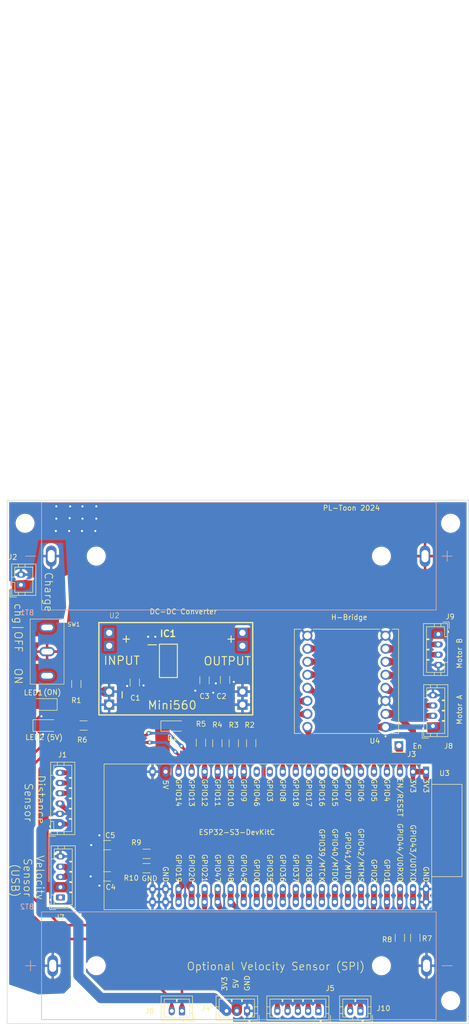
<source format=kicad_pcb>
(kicad_pcb (version 20240108) (generator "pcbnew") (generator_version "8.0")
  (layers (0 "F.Cu" signal) (31 "B.Cu" signal) (34 "B.Paste" user) (35 "F.Paste" user) (36 "B.SilkS" user "B.Silkscreen") (37 "F.SilkS" user "F.Silkscreen") (38 "B.Mask" user) (39 "F.Mask" user) (44 "Edge.Cuts" user))
  (net 0 "")
  (net 1 "+3V3")
  (net 2 "GND")
  (net 3 "/H_PWMB")
  (net 4 "+BATT")
  (net 5 "+5V")
  (net 6 "/H_BI2")
  (net 7 "/H_BI1")
  (net 8 "Net-(D1-A)")
  (net 9 "Net-(J2-Pin_1)")
  (net 10 "/H_STBY")
  (net 11 "/H_PWMA")
  (net 12 "/H_AI1")
  (net 13 "/H_AI2")
  (net 14 "/USB_D+")
  (net 15 "/USB_D-")
  (net 16 "/DS_XSHUT")
  (net 17 "/DS_GPIO1")
  (net 18 "/DS_SDA")
  (net 19 "/DS_SCL")
  (net 20 "/VS_NCS")
  (net 21 "/VS_MISO")
  (net 22 "/VS_MOSI")
  (net 23 "/VS_SCLK")
  (net 24 "/VS_RST")
  (net 25 "/VS_NPD")
  (net 26 "/VS_LED")
  (net 27 "Net-(LED1-A)")
  (net 28 "Net-(LED2-A)")
  (net 29 "Net-(SW1-B)")
  (net 30 "Net-(BT1-Pad-)")
  (net 31 "Net-(J3-Pin_1)")
  (net 32 "unconnected-(U3-GPIO45-Pad30)")
  (net 33 "unconnected-(U3-GPIO0-Pad31)")
  (net 38 "Net-(J8-Pin_2)")
  (net 39 "Net-(J8-Pin_3)")
  (net 40 "Net-(J9-Pin_2)")
  (net 41 "Net-(J9-Pin_3)")
  (net 42 "/GPIO37")
  (net 43 "/GPIO35")
  (net 44 "/GPIO36")
  (net 46 "Net-(U3-GPIO43{slash}U0TXD)")
  (net 47 "Net-(U3-GPIO44{slash}U0RXD)")
  (net 48 "/USB_Out_D-")
  (net 49 "/USB_Out_D+")
  (net 50 "/Test1")
  (net 51 "/Test2")
  (net 52 "/GPIO38")
  (net 53 "/MTMS")
  (net 54 "/MTDO")
  (net 55 "/MTDI")
  (net 56 "/MTCK")
  (footprint "Resistor_SMD:R_1206_3216Metric_Pad1.30x1.75mm_HandSolder" (layer "F.Cu") (at 178.975 139.575 90)
    (property "Reference" "R7")
    (property "Value" "~")
  )
  (footprint "Connector_JST:JST_PH_B2B-PH-K_1x02_P2.00mm_Vertical" (layer "F.Cu") (at 102.075 70.825 90)
    (property "Reference" "J2")
    (property "Value" "Conn_01x02")
  )
  (footprint "Connector_JST:JST_PH_B5B-PH-K_1x05_P2.00mm_Vertical" (layer "F.Cu") (at 109.775 131.725 90)
    (property "Reference" "J7")
    (property "Value" "Conn_01x05")
  )
  (footprint "PL_Toon:PinHeader_1x01_P2.54mm_Vertical" (layer "F.Cu") (at 175.775 102.125)
    (property "Reference" "J3")
    (property "Value" "Conn_01x01_Pin")
  )
  (footprint "Diode_SMD:D_SOD-123" (layer "F.Cu") (at 131.725 98.325)
    (property "Reference" "D1")
    (property "Value" "1N5819HW-7-F")
  )
  (footprint "Resistor_SMD:R_1206_3216Metric_Pad1.30x1.75mm_HandSolder" (layer "F.Cu") (at 114.275 98.225)
    (property "Reference" "R6")
    (property "Value" "330")
  )
  (footprint "Capacitor_SMD:C_1206_3216Metric" (layer "F.Cu") (at 124.275 89.85 -90)
    (property "Reference" "C1")
    (property "Value" "10uF")
  )
  (footprint "PL_Toon:SS12D10" (layer "F.Cu") (at 107.175 83.825 90)
    (property "Reference" "SW1")
    (property "Value" "SW_SPDT_SS12D10" (hide yes))
  )
  (footprint "Capacitor_SMD:C_1206_3216Metric" (layer "F.Cu") (at 118.875 127.625 180)
    (property "Reference" "C4")
    (property "Value" "tbd")
  )
  (footprint "PL_Toon:Mini560" (layer "F.Cu") (at 131.465 73.645)
    (property "Reference" "U2")
    (property "Value" "DC-DC Buck Converter Mini 560")
  )
  (footprint "Resistor_SMD:R_1206_3216Metric_Pad1.30x1.75mm_HandSolder" (layer "F.Cu") (at 175.975 139.575 90)
    (property "Reference" "R8")
    (property "Value" "~")
  )
  (footprint "MountingHole:MountingHole_3.2mm_M3" (layer "F.Cu") (at 185.875 58.825)
    (property "Reference" "H2" (hide yes))
    (property "Value" "MountingHole" (hide yes))
  )
  (footprint "PL_Toon:MODULE_ROB-14450" (layer "F.Cu") (at 165.555 89.615 180)
    (property "Reference" "U4")
    (property "Value" "ROB-14450")
  )
  (footprint "Connector_JST:JST_PH_B6B-PH-K_1x06_P2.00mm_Vertical" (layer "F.Cu") (at 109.675 117.425 90)
    (property "Reference" "J1")
    (property "Value" "Conn_01x06")
  )
  (footprint "Connector_JST:JST_PH_B4B-PH-K_1x04_P2.00mm_Vertical" (layer "F.Cu") (at 182.425 98.325 90)
    (property "Reference" "J8")
    (property "Value" "Conn_01x04")
  )
  (footprint "Capacitor_SMD:C_1206_3216Metric" (layer "F.Cu") (at 137.875 89.425 -90)
    (property "Reference" "C3")
    (property "Value" "10uF")
  )
  (footprint "Connector_JST:JST_PH_B2B-PH-K_1x02_P2.00mm_Vertical" (layer "F.Cu") (at 168.275 153.825 180)
    (property "Reference" "J10")
    (property "Value" "Conn_01x02")
  )
  (footprint "MountingHole:MountingHole_3.2mm_M3" (layer "F.Cu") (at 102.875 151.825)
    (property "Reference" "H4" (hide yes))
    (property "Value" "MountingHole" (hide yes))
  )
  (footprint "Resistor_SMD:R_1206_3216Metric_Pad1.30x1.75mm_HandSolder" (layer "F.Cu") (at 146.975 101.675 90)
    (property "Reference" "R2")
    (property "Value" "~")
  )
  (footprint "Capacitor_SMD:C_1206_3216Metric" (layer "F.Cu") (at 118.875 121.525 180)
    (property "Reference" "C5")
    (property "Value" "tbd")
  )
  (footprint "PL_Toon:ESP32-S3-DevKitC" (layer "F.Cu") (at 181.075 107.225 -90)
    (property "Reference" "U3")
    (property "Value" "ESP32-S3-DevKitC")
  )
  (footprint "MountingHole:MountingHole_3.2mm_M3" (layer "F.Cu") (at 102.875 58.825)
    (property "Reference" "H1" (hide yes))
    (property "Value" "MountingHole" (hide yes))
  )
  (footprint "Capacitor_SMD:C_1206_3216Metric" (layer "F.Cu") (at 141.875 89.325 -90)
    (property "Reference" "C2")
    (property "Value" "10uF")
  )
  (footprint "Resistor_SMD:R_1206_3216Metric_Pad1.30x1.75mm_HandSolder" (layer "F.Cu") (at 126.575 123.225)
    (property "Reference" "R9")
    (property "Value" "0R")
  )
  (footprint "Connector_JST:JST_PH_B2B-PH-K_1x02_P2.00mm_Vertical" (layer "F.Cu") (at 133.475 153.825 180)
    (property "Reference" "J6")
    (property "Value" "Conn_01x02")
  )
  (footprint "Resistor_SMD:R_1206_3216Metric_Pad1.30x1.75mm_HandSolder" (layer "F.Cu") (at 140.375 101.675 90)
    (property "Reference" "R4")
    (property "Value" "~")
  )
  (footprint "PL_Toon:SOT230P700X190-4N" (layer "F.Cu") (at 130.825 85.625)
    (property "Reference" "IC1")
    (property "Value" "LD1117S50TR" (hide yes))
  )
  (footprint "MountingHole:MountingHole_3.2mm_M3" (layer "F.Cu") (at 185.875 151.825)
    (property "Reference" "H3" (hide yes))
    (property "Value" "MountingHole" (hide yes))
  )
  (footprint "Resistor_SMD:R_1206_3216Metric_Pad1.30x1.75mm_HandSolder" (layer "F.Cu") (at 137.175 101.575 90)
    (property "Reference" "R5")
    (property "Value" "~")
  )
  (footprint "Resistor_SMD:R_1206_3216Metric_Pad1.30x1.75mm_HandSolder" (layer "F.Cu") (at 112.875 90.125 90)
    (property "Reference" "R1")
    (property "Value" "330")
  )
  (footprint "Connector_JST:JST_PH_B5B-PH-K_1x05_P2.00mm_Vertical" (layer "F.Cu") (at 160.075 153.825 180)
    (property "Reference" "J5")
    (property "Value" "Conn_01x05")
  )
  (footprint "Resistor_SMD:R_1206_3216Metric_Pad1.30x1.75mm_HandSolder" (layer "F.Cu") (at 143.575 101.675 90)
    (property "Reference" "R3")
    (property "Value" "~")
  )
  (footprint "LED_SMD:LED_1206_3216Metric_Pad1.42x1.75mm_HandSolder" (layer "F.Cu") (at 106.675 94.125 180)
    (property "Reference" "LED1")
    (property "Value" "HSMC-C177" (hide yes))
  )
  (footprint "Connector_JST:JST_PH_B4B-PH-K_1x04_P2.00mm_Vertical" (layer "F.Cu") (at 183.475 80.425 -90)
    (property "Reference" "J9")
    (property "Value" "Conn_01x04")
  )
  (footprint "Connector_JST:JST_PH_B3B-PH-K_1x03_P2.00mm_Vertical" (layer "F.Cu") (at 146.175 153.825 180)
    (property "Reference" "J4")
    (property "Value" "Conn_01x03")
  )
  (footprint "Resistor_SMD:R_1206_3216Metric_Pad1.30x1.75mm_HandSolder" (layer "F.Cu") (at 126.575 126.025)
    (property "Reference" "R10")
    (property "Value" "0R")
  )
  (footprint "LED_SMD:LED_1206_3216Metric_Pad1.42x1.75mm_HandSolder" (layer "F.Cu") (at 106.875 98.225)
    (property "Reference" "LED2")
    (property "Value" "HSMC-C177")
  )
  (footprint "PL_Toon:BAT_BK-18650-PC2" (layer "B.Cu") (at 144.57 65.225 180)
    (property "Reference" "BT1")
    (property "Value" "BK-18650-PC2")
  )
  (footprint "PL_Toon:BAT_BK-18650-PC2" (layer "B.Cu") (at 144.565 145.025)
    (property "Reference" "BT2")
    (property "Value" "BK-18650-PC2")
  )
  (gr_rect (start 99.375 54.325) (end 189.375 156.325) (stroke (width 0.1)) (fill none) (layer "Edge.Cuts"))
  (gr_text "DC-DC Converter" (at 127.075 76.625 0) (layer "F.SilkS") (effects (font (size 1 1)) (justify left bottom)))
  (gr_text "(5V)" (at 106.975 101.125 0) (layer "F.SilkS") (effects (font (size 1 1)) (justify left bottom)))
  (gr_text "5V\n" (at 144.575 148.525 90) (layer "F.SilkS") (effects (font (size 1 1)) (justify bottom)))
  (gr_text "Motor B" (at 188.175 87.225 90) (layer "F.SilkS") (effects (font (size 1 1)) (justify left bottom)))
  (gr_text "H-Bridge" (at 162.475 77.725 0) (layer "F.SilkS") (effects (font (size 1 1)) (justify left bottom)))
  (gr_text "3V3" (at 142.375 148.525 90) (layer "F.SilkS") (effects (font (size 1 1)) (justify bottom)))
  (gr_text "(ON)" (at 106.375 92.325 0) (layer "F.SilkS") (effects (font (size 1 1)) (justify left bottom)))
  (gr_text "En" (at 178.375 102.825 0) (layer "F.SilkS") (effects (font (size 1 1)) (justify left bottom)))
  (gr_text "GND" (at 146.775 148.425 90) (layer "F.SilkS") (effects (font (size 1 1)) (justify bottom)))
  (gr_text "Velocity \nSensor \n(USB)" (at 100.075 128.425 270) (layer "F.SilkS") (effects (font (size 1.5 1.5)) (justify bottom)))
  (gr_text "chg|OFF" (at 100.675 74.325 270) (layer "F.SilkS") (effects (font (size 1.5 1.5)) (justify left bottom)))
  (gr_text "Motor A" (at 188.175 98.125 90) (layer "F.SilkS") (effects (font (size 1 1)) (justify left bottom)))
  (gr_text "PL-Toon 2024" (at 160.875 56.425 0) (layer "F.SilkS") (effects (font (size 1 1)) (justify left bottom)))
  (gr_text "ON" (at 100.675 86.925 270) (layer "F.SilkS") (effects (font (size 1.5 1.5)) (justify left bottom)))
  (gr_text "Distance \nSensor" (at 102.675 113.225 270) (layer "F.SilkS") (effects (font (size 1.5 1.5)) (justify bottom)))
  (gr_text "Charge" (at 106.575 68.225 -90) (layer "F.SilkS") (effects (font (size 1.5 1.5)) (justify left bottom)))
  (gr_text "Optional Velocity Sensor (SPI)" (at 151.775 146.025 0) (layer "F.SilkS") (effects (font (size 1.5 1.5)) (justify bottom)))
  (segment (start 175.215 95.965) (end 178.535 99.285) (width 1.15) (layer "F.Cu") (net 1))
  (segment (start 181.075 107.225) (end 178.535 107.225) (width 1) (layer "F.Cu") (net 1))
  (segment (start 181.075 110.225) (end 181.075 107.225) (width 0.8) (layer "F.Cu") (net 1))
  (segment (start 149.395 109.345) (end 149.395 100.705) (width 0.8) (layer "F.Cu") (net 1))
  (segment (start 178.535 99.285) (end 178.535 107.225) (width 1.15) (layer "F.Cu") (net 1))
  (segment (start 177.175 110.025) (end 150.075 110.025) (width 0.8) (layer "F.Cu") (net 1))
  (segment (start 173.175 95.965) (end 175.215 95.965) (width 1.15) (layer "F.Cu") (net 1))
  (segment (start 148.875 100.025) (end 137.175 100.025) (width 0.8) (layer "F.Cu") (net 1))
  (segment (start 173.875 117.425) (end 181.075 110.225) (width 0.8) (layer "F.Cu") (net 1))
  (segment (start 178.535 108.665) (end 177.175 110.025) (width 0.8) (layer "F.Cu") (net 1))
  (segment (start 109.675 117.425) (end 173.875 117.425) (width 0.8) (layer "F.Cu") (net 1))
  (segment (start 150.075 110.025) (end 149.395 109.345) (width 0.8) (layer "F.Cu") (net 1))
  (segment (start 149.475 100.625) (end 148.875 100.025) (width 0.8) (layer "F.Cu") (net 1))
  (segment (start 178.535 107.225) (end 178.535 108.665) (width 0.8) (layer "F.Cu") (net 1))
  (segment (start 149.395 100.705) (end 149.475 100.625) (width 0.8) (layer "F.Cu") (net 1))
  (segment (start 117.675 151.325) (end 139.675 151.325) (width 2) (layer "B.Cu") (net 1))
  (segment (start 113.275 146.925) (end 117.675 151.325) (width 2) (layer "B.Cu") (net 1))
  (segment (start 113.275 136.825) (end 113.275 146.925) (width 2) (layer "B.Cu") (net 1))
  (segment (start 109.675 117.425) (end 107.275 117.425) (width 2) (layer "B.Cu") (net 1))
  (segment (start 139.675 151.325) (end 142.175 153.825) (width 2) (layer "B.Cu") (net 1))
  (segment (start 111.075 134.625) (end 113.275 136.825) (width 2) (layer "B.Cu") (net 1))
  (segment (start 106.075 118.625) (end 106.075 134.625) (width 2) (layer "B.Cu") (net 1))
  (segment (start 106.075 134.625) (end 111.075 134.625) (width 2) (layer "B.Cu") (net 1))
  (segment (start 107.275 117.425) (end 106.075 118.625) (width 2) (layer "B.Cu") (net 1))
  (segment (start 105.3875 98.225) (end 105.3875 97.1125) (width 1) (layer "F.Cu") (net 2))
  (segment (start 117.4 127.625) (end 117.4 129.4) (width 0.5) (layer "F.Cu") (net 2))
  (segment (start 116.875 91.625) (end 119.2751 91.625) (width 0.8) (layer "F.Cu") (net 2))
  (segment (start 117.4 121.525) (end 117.4 119.65) (width 0.5) (layer "F.Cu") (net 2))
  (segment (start 125.975 90.425) (end 125.075 91.325) (width 0.8) (layer "F.Cu") (net 2))
  (segment (start 114.375 94.125) (end 116.875 91.625) (width 0.8) (layer "F.Cu") (net 2))
  (segment (start 117.4 121.525) (end 115.775 121.525) (width 0.5) (layer "F.Cu") (net 2))
  (segment (start 117.4 119.65) (end 117.375 119.625) (width 0.5) (layer "F.Cu") (net 2))
  (segment (start 108.1625 94.125) (end 114.375 94.125) (width 0.8) (layer "F.Cu") (net 2))
  (segment (start 117.4 127.625) (end 115.675 127.625) (width 0.5) (layer "F.Cu") (net 2))
  (segment (start 123.575 91.325) (end 122.775 90.525) (width 0.8) (layer "F.Cu") (net 2))
  (segment (start 117.4 129.4) (end 117.375 129.425) (width 0.5) (layer "F.Cu") (net 2))
  (segment (start 105.3875 98.225) (end 105.3875 98.9375) (width 1) (layer "F.Cu") (net 2))
  (segment (start 125.075 91.325) (end 124.275 91.325) (width 0.8) (layer "F.Cu") (net 2))
  (segment (start 181.075 130.085) (end 181.075 132.625) (width 1) (layer "F.Cu") (net 2))
  (segment (start 105.3875 97.1125) (end 106.075 96.425) (width 1) (layer "F.Cu") (net 2))
  (segment (start 105.3875 98.9375) (end 106.375 99.925) (width 1) (layer "F.Cu") (net 2))
  (segment (start 124.275 91.325) (end 123.575 91.325) (width 0.8) (layer "F.Cu") (net 2))
  (segment (start 119.5751 91.325) (end 119.2751 91.625) (width 0.8) (layer "F.Cu") (net 2))
  (via (at 117.375 119.625) (size 0.8) (drill 0.4) (layers "F.Cu" "B.Cu") (net 2))
  (via (at 106.375 99.925) (size 0.8) (drill 0.4) (layers "F.Cu" "B.Cu") (net 2))
  (via (at 116.775 57.925) (size 0.8) (drill 0.4) (layers "F.Cu" "B.Cu") (net 2))
  (via (at 126.875 80.925) (size 0.8) (drill 0.4) (layers "F.Cu" "B.Cu") (net 2))
  (via (at 111.675 55.525) (size 0.8) (drill 0.4) (layers "F.Cu" "B.Cu") (net 2))
  (via (at 108.975 55.525) (size 0.8) (drill 0.4) (layers "F.Cu" "B.Cu") (net 2))
  (via (at 139.575 91.825) (size 0.8) (drill 0.4) (layers "F.Cu" "B.Cu") (net 2))
  (via (at 116.575 60.325) (size 0.8) (drill 0.4) (layers "F.Cu" "B.Cu") (net 2))
  (via (at 140.075 90.025) (size 0.8) (drill 0.4) (layers "F.Cu" "B.Cu") (net 2))
  (via (at 125.975 90.425) (size 0.8) (drill 0.4) (layers "F.Cu" "B.Cu") (net 2))
  (via (at 111.575 57.825) (size 0.8) (drill 0.4) (layers "F.Cu" "B.Cu") (net 2))
  (via (at 117.375 129.425) (size 0.8) (drill 0.4) (layers "F.Cu" "B.Cu") (net 2))
  (via (at 115.775 121.525) (size 0.8) (drill 0.4) (layers "F.Cu" "B.Cu") (net 2))
  (via (at 115.675 127.625) (size 0.8) (drill 0.4) (layers "F.Cu" "B.Cu") (net 2))
  (via (at 106.075 96.425) (size 0.8) (drill 0.4) (layers "F.Cu" "B.Cu") (net 2))
  (via (at 128.275 80.925) (size 0.8) (drill 0.4) (layers "F.Cu" "B.Cu") (net 2))
  (via (at 108.875 60.325) (size 0.8) (drill 0.4) (layers "F.Cu" "B.Cu") (net 2))
  (via (at 114.075 57.925) (size 0.8) (drill 0.4) (layers "F.Cu" "B.Cu") (net 2))
  (via (at 122.775 90.525) (size 0.8) (drill 0.4) (layers "F.Cu" "B.Cu") (net 2))
  (via (at 116.775 55.525) (size 0.8) (drill 0.4) (layers "F.Cu" "B.Cu") (net 2))
  (via (at 136.075 91.425) (size 0.8) (drill 0.4) (layers "F.Cu" "B.Cu") (net 2))
  (via (at 114.075 55.525) (size 0.8) (drill 0.4) (layers "F.Cu" "B.Cu") (net 2))
  (via (at 111.475 60.325) (size 0.8) (drill 0.4) (layers "F.Cu" "B.Cu") (net 2))
  (via (at 113.975 60.325) (size 0.8) (drill 0.4) (layers "F.Cu" "B.Cu") (net 2))
  (via (at 108.975 57.925) (size 0.8) (drill 0.4) (layers "F.Cu" "B.Cu") (net 2))
  (via (at 143.575 89.725) (size 0.8) (drill 0.4) (layers "F.Cu" "B.Cu") (net 2))
  (segment (start 168.875 99.825) (end 168.875 87.225) (width 0.6) (layer "F.Cu") (net 3))
  (segment (start 168.875 87.225) (end 164.875 83.225) (width 0.6) (layer "F.Cu") (net 3))
  (segment (start 173.455 107.225) (end 173.455 104.405) (width 0.6) (layer "F.Cu") (net 3))
  (segment (start 164.875 83.225) (end 157.975 83.225) (width 0.6) (layer "F.Cu") (net 3))
  (segment (start 173.455 104.405) (end 168.875 99.825) (width 0.6) (layer "F.Cu") (net 3))
  (segment (start 157.975 83.225) (end 157.935 83.265) (width 0.6) (layer "F.Cu") (net 3))
  (segment (start 170.475 78.125) (end 169.975 77.625) (width 1) (layer "F.Cu") (net 4))
  (segment (start 170.475 97.625) (end 170.475 85.725) (width 1) (layer "F.Cu") (net 4))
  (segment (start 171.175 98.325) (end 170.475 97.625) (width 1) (layer "F.Cu") (net 4))
  (segment (start 170.475 85.725) (end 170.475 78.125) (width 1) (layer "F.Cu") (net 4))
  (segment (start 171.355 98.505) (end 171.175 98.325) (width 1) (layer "F.Cu") (net 4))
  (segment (start 173.175 98.505) (end 171.355 98.505) (width 1) (layer "F.Cu") (net 4))
  (segment (start 173.355 98.325) (end 173.175 98.505) (width 1) (layer "F.Cu") (net 4))
  (segment (start 182.245 98.505) (end 182.425 98.325) (width 1) (layer "B.Cu") (net 4))
  (segment (start 173.175 98.505) (end 182.245 98.505) (width 1) (layer "B.Cu") (net 4))
  (segment (start 128.575 103.825) (end 130.27772 105.52772) (width 2) (layer "F.Cu") (net 5))
  (segment (start 109.775 129.725) (end 111.475 129.725) (width 2) (layer "F.Cu") (net 5))
  (segment (start 109.775 129.725) (end 106.975 129.725) (width 2) (layer "F.Cu") (net 5))
  (segment (start 133.275 144.725) (end 140.775 144.725) (width 2) (layer "F.Cu") (net 5))
  (segment (start 144.175 148.125) (end 144.175 153.825) (width 2) (layer "F.Cu") (net 5))
  (segment (start 129.975 98.225) (end 130.075 98.325) (width 0.8) (layer "F.Cu") (net 5))
  (segment (start 109.575 103.825) (end 128.575 103.825) (width 2) (layer "F.Cu") (net 5))
  (segment (start 130.27772 105.52772) (end 130.27772 107.22132) (width 2) (layer "F.Cu") (net 5))
  (segment (start 122.775 134.225) (end 133.275 144.725) (width 2) (layer "F.Cu") (net 5))
  (segment (start 115.825 98.225) (end 129.975 98.225) (width 0.8) (layer "F.Cu") (net 5))
  (segment (start 140.775 144.725) (end 144.175 148.125) (width 2) (layer "F.Cu") (net 5))
  (segment (start 106.475 129.225) (end 106.475 106.925) (width 2) (layer "F.Cu") (net 5))
  (segment (start 115.975 134.225) (end 122.775 134.225) (width 2) (layer "F.Cu") (net 5))
  (segment (start 106.475 106.925) (end 109.575 103.825) (width 2) (layer "F.Cu") (net 5))
  (segment (start 111.475 129.725) (end 115.975 134.225) (width 2) (layer "F.Cu") (net 5))
  (segment (start 106.975 129.725) (end 106.475 129.225) (width 2) (layer "F.Cu") (net 5))
  (segment (start 170.915 105.265) (end 166.375 100.725) (width 0.6) (layer "F.Cu") (net 6))
  (segment (start 162.355 85.805) (end 157.935 85.805) (width 0.6) (layer "F.Cu") (net 6))
  (segment (start 170.915 107.225) (end 170.915 105.265) (width 0.6) (layer "F.Cu") (net 6))
  (segment (start 166.375 89.825) (end 162.355 85.805) (width 0.6) (layer "F.Cu") (net 6))
  (segment (start 166.375 100.725) (end 166.375 89.825) (width 0.6) (layer "F.Cu") (net 6))
  (segment (start 168.375 107.225) (end 168.375 106.225) (width 0.6) (layer "F.Cu") (net 7))
  (segment (start 160.495 88.345) (end 157.935 88.345) (width 0.6) (layer "F.Cu") (net 7))
  (segment (start 163.775 101.625) (end 163.775 91.625) (width 0.6) (layer "F.Cu") (net 7))
  (segment (start 168.375 106.225) (end 163.775 101.625) (width 0.6) (layer "F.Cu") (net 7))
  (segment (start 163.775 91.625) (end 160.495 88.345) (width 0.6) (layer "F.Cu") (net 7))
  (segment (start 165.835 106.685) (end 165.835 107.225) (width 0.6) (layer "F.Cu") (net 10))
  (segment (start 158.535 90.885) (end 160.575 92.925) (width 0.6) (layer "F.Cu") (net 10))
  (segment (start 160.575 101.425) (end 165.835 106.685) (width 0.6) (layer "F.Cu") (net 10))
  (segment (start 160.575 92.925) (end 160.575 101.425) (width 0.6) (layer "F.Cu") (net 10))
  (segment (start 157.935 90.885) (end 158.535 90.885) (width 0.6) (layer "F.Cu") (net 10))
  (segment (start 158.215 99.685) (end 157.935 99.405) (width 0.6) (layer "F.Cu") (net 11))
  (segment (start 158.215 107.225) (end 158.215 99.685) (width 0.6) (layer "F.Cu") (net 11))
  (segment (start 157.835 93.525) (end 157.935 93.425) (width 0.6) (layer "F.Cu") (net 12))
  (segment (start 151.175 103.225) (end 151.175 97.225) (width 0.6) (layer "F.Cu") (net 12))
  (segment (start 153.135 107.225) (end 153.135 105.185) (width 0.6) (layer "F.Cu") (net 12))
  (segment (start 151.175 97.225) (end 154.875 93.525) (width 0.6) (layer "F.Cu") (net 12))
  (segment (start 154.875 93.525) (end 157.835 93.525) (width 0.6) (layer "F.Cu") (net 12))
  (segment (start 153.135 105.185) (end 151.175 103.225) (width 0.6) (layer "F.Cu") (net 12))
  (segment (start 155.675 104.625) (end 154.275 103.225) (width 0.6) (layer "F.Cu") (net 13))
  (segment (start 155.675 107.225) (end 155.675 104.625) (width 0.6) (layer "F.Cu") (net 13))
  (segment (start 156.21 95.965) (end 157.935 95.965) (width 0.6) (layer "F.Cu") (net 13))
  (segment (start 154.275 97.9) (end 156.21 95.965) (width 0.6) (layer "F.Cu") (net 13))
  (segment (start 154.275 103.225) (end 154.275 97.9) (width 0.6) (layer "F.Cu") (net 13))
  (segment (start 129.05 123.925) (end 131.96495 123.925) (width 1.15) (layer "F.Cu") (net 14))
  (segment (start 134.86749 126.82754) (end 134.86749 129.59749) (width 1.15) (layer "F.Cu") (net 14))
  (segment (start 128.125 123.225) (end 128.35 123.225) (width 1.15) (layer "F.Cu") (net 14))
  (segment (start 135.355 130.085) (end 135.355 132.625) (width 1) (layer "F.Cu") (net 14))
  (segment (start 134.86749 129.59749) (end 135.355 130.085) (width 1.15) (layer "F.Cu") (net 14))
  (segment (start 128.35 123.225) (end 129.05 123.925) (width 1.15) (layer "F.Cu") (net 14))
  (segment (start 131.96495 123.925) (end 134.86749 126.82754) (width 1.15) (layer "F.Cu") (net 14))
  (segment (start 128.125 126.025) (end 128.35 126.025) (width 1.15) (layer "F.Cu") (net 15))
  (segment (start 128.35 126.025) (end 129.05 125.325) (width 1.15) (layer "F.Cu") (net 15))
  (segment (start 133.475 127.41495) (end 133.475 129.425) (width 1.15) (layer "F.Cu") (net 15))
  (segment (start 129.05 125.325) (end 131.38505 125.325) (width 1.15) (layer "F.Cu") (net 15))
  (segment (start 131.38505 125.325) (end 133.475 127.41495) (width 1.15) (layer "F.Cu") (net 15))
  (segment (start 133.475 129.425) (end 132.815 130.085) (width 1.15) (layer "F.Cu") (net 15))
  (segment (start 132.815 130.085) (end 132.815 132.625) (width 1) (layer "F.Cu") (net 15))
  (segment (start 109.675 107.425) (end 121.975 107.425) (width 0.8) (layer "F.Cu") (net 16))
  (segment (start 137.895 109.005) (end 137.895 107.225) (width 0.8) (layer "F.Cu") (net 16))
  (segment (start 121.975 107.425) (end 124.275 109.725) (width 0.8) (layer "F.Cu") (net 16))
  (segment (start 137.175 109.725) (end 137.895 109.005) (width 0.8) (layer "F.Cu") (net 16))
  (segment (start 137.895 103.845) (end 137.175 103.125) (width 0.8) (layer "F.Cu") (net 16))
  (segment (start 124.275 109.725) (end 137.175 109.725) (width 0.8) (layer "F.Cu") (net 16))
  (segment (start 137.895 107.225) (end 137.895 103.845) (width 0.8) (layer "F.Cu") (net 16))
  (segment (start 137.775 111.625) (end 118.975 111.625) (width 0.8) (layer "F.Cu") (net 17))
  (segment (start 140.435 107.225) (end 140.435 103.285) (width 0.8) (layer "F.Cu") (net 17))
  (segment (start 118.975 111.625) (end 116.775 109.425) (width 0.8) (layer "F.Cu") (net 17))
  (segment (start 140.435 107.225) (end 140.435 108.965) (width 0.8) (layer "F.Cu") (net 17))
  (segment (start 140.435 103.285) (end 140.375 103.225) (width 0.8) (layer "F.Cu") (net 17))
  (segment (start 116.775 109.425) (end 109.675 109.425) (width 0.8) (layer "F.Cu") (net 17))
  (segment (start 140.435 108.965) (end 137.775 111.625) (width 0.8) (layer "F.Cu") (net 17))
  (segment (start 117.275 113.325) (end 139.475 113.325) (width 0.8) (layer "F.Cu") (net 18))
  (segment (start 142.975 103.825) (end 143.575 103.225) (width 0.8) (layer "F.Cu") (net 18))
  (segment (start 142.975 107.225) (end 142.975 103.825) (width 0.8) (layer "F.Cu") (net 18))
  (segment (start 109.675 111.425) (end 115.375 111.425) (width 0.8) (layer "F.Cu") (net 18))
  (segment (start 142.975 109.825) (end 142.975 107.225) (width 0.8) (layer "F.Cu") (net 18))
  (segment (start 139.475 113.325) (end 142.975 109.825) (width 0.8) (layer "F.Cu") (net 18))
  (segment (start 115.375 111.425) (end 117.275 113.325) (width 0.8) (layer "F.Cu") (net 18))
  (segment (start 145.515 104.685) (end 146.975 103.225) (width 0.8) (layer "F.Cu") (net 19))
  (segment (start 145.515 107.225) (end 145.515 109.785) (width 0.8) (layer "F.Cu") (net 19))
  (segment (start 145.515 109.785) (end 140.375 114.925) (width 0.8) (layer "F.Cu") (net 19))
  (segment (start 145.515 107.225) (end 145.515 104.685) (width 0.8) (layer "F.Cu") (net 19))
  (segment (start 140.375 114.925) (end 111.175 114.925) (width 0.8) (layer "F.Cu") (net 19))
  (segment (start 111.175 114.925) (end 109.675 113.425) (width 0.8) (layer "F.Cu") (net 19))
  (segment (start 173.455 135.245) (end 173.455 132.625) (width 0.8) (layer "F.Cu") (net 20))
  (segment (start 160.075 153.825) (end 160.075 148.625) (width 0.8) (layer "F.Cu") (net 20))
  (segment (start 173.455 130.085) (end 173.455 132.625) (width 1) (layer "F.Cu") (net 20))
  (segment (start 160.075 148.625) (end 173.455 135.245) (width 0.8) (layer "F.Cu") (net 20))
  (segment (start 170.915 133.885) (end 170.915 132.625) (width 0.8) (layer "F.Cu") (net 21))
  (segment (start 158.075 153.825) (end 158.075 146.725) (width 0.8) (layer "F.Cu") (net 21))
  (segment (start 170.915 130.085) (end 170.915 132.625) (width 1) (layer "F.Cu") (net 21))
  (segment (start 158.075 146.725) (end 170.915 133.885) (width 0.8) (layer "F.Cu") (net 21))
  (segment (start 142.975 130.085) (end 142.975 132.625) (width 1) (layer "F.Cu") (net 22))
  (segment (start 156.075 145.725) (end 142.975 132.625) (width 0.8) (layer "F.Cu") (net 22))
  (segment (start 156.075 153.825) (end 156.075 145.725) (width 0.8) (layer "F.Cu") (net 22))
  (segment (start 140.435 130.085) (end 140.435 132.625) (width 1) (layer "F.Cu") (net 23))
  (segment (start 140.435 133.385) (end 140.435 132.625) (width 0.8) (layer "F.Cu") (net 23))
  (segment (start 154.075 147.025) (end 140.435 133.385) (width 0.8) (layer "F.Cu") (net 23))
  (segment (start 154.075 153.825) (end 154.075 147.025) (width 0.8) (layer "F.Cu") (net 23))
  (segment (start 137.895 134.545) (end 137.895 132.625) (width 0.8) (layer "F.Cu") (net 24))
  (segment (start 152.075 148.725) (end 137.895 134.545) (width 0.8) (layer "F.Cu") (net 24))
  (segment (start 137.895 130.085) (end 137.895 132.625) (width 1) (layer "F.Cu") (net 24))
  (segment (start 152.075 153.825) (end 152.075 148.725) (width 0.8) (layer "F.Cu") (net 24))
  (segment (start 101.775 132.625) (end 108.975 139.825) (width 0.5) (layer "F.Cu") (net 25))
  (segment (start 126.975 99.725) (end 126.575 100.125) (width 0.5) (layer "F.Cu") (net 25))
  (segment (start 101.775 106.525) (end 101.775 132.625) (width 0.5) (layer "F.Cu") (net 25))
  (segment (start 133.375 102.325) (end 135.355 104.305) (width 0.5) (layer "F.Cu") (net 25))
  (segment (start 135.355 104.305) (end 135.355 107.225) (width 0.5) (layer "F.Cu") (net 25))
  (segment (start 108.975 139.825) (end 119.675 139.825) (width 0.5) (layer "F.Cu") (net 25))
  (segment (start 108.175 100.125) (end 101.775 106.525) (width 0.5) (layer "F.Cu") (net 25))
  (segment (start 119.675 139.825) (end 131.475 151.625) (width 0.5) (layer "F.Cu") (net 25))
  (segment (start 126.575 100.125) (end 108.175 100.125) (width 0.5) (layer "F.Cu") (net 25))
  (segment (start 131.475 151.625) (end 131.475 153.825) (width 0.5) (layer "F.Cu") (net 25))
  (segment (start 133.375 102.225) (end 133.375 102.325) (width 0.5) (layer "F.Cu") (net 25))
  (via (at 133.375 102.225) (size 0.8) (drill 0.4) (layers "F.Cu" "B.Cu") (net 25))
  (via (at 126.975 99.725) (size 0.8) (drill 0.4) (layers "F.Cu" "B.Cu") (net 25))
  (segment (start 133.375 102.225) (end 130.875 99.725) (width 0.5) (layer "B.Cu") (net 25))
  (segment (start 130.875 99.725) (end 126.975 99.725) (width 0.5) (layer "B.Cu") (net 25))
  (segment (start 120.875 137.125) (end 133.475 149.725) (width 0.5) (layer "F.Cu") (net 26))
  (segment (start 103.975 131.325) (end 109.775 137.125) (width 0.5) (layer "F.Cu") (net 26))
  (segment (start 127.175 101.525) (end 108.875 101.525) (width 0.5) (layer "F.Cu") (net 26))
  (segment (start 109.775 137.125) (end 120.875 137.125) (width 0.5) (layer "F.Cu") (net 26))
  (segment (start 132.81772 103.96772) (end 132.81772 107.22132) (width 0.5) (layer "F.Cu") (net 26))
  (segment (start 132.175 103.325) (end 132.81772 103.96772) (width 0.5) (layer "F.Cu") (net 26))
  (segment (start 103.975 106.425) (end 103.975 131.325) (width 0.5) (layer "F.Cu") (net 26))
  (segment (start 108.875 101.525) (end 106.075 104.325) (width 0.5) (layer "F.Cu") (net 26))
  (segment (start 133.475 149.725) (end 133.475 153.825) (width 0.5) (layer "F.Cu") (net 26))
  (segment (start 106.425 103.975) (end 103.975 106.425) (width 0.5) (layer "F.Cu") (net 26))
  (via (at 127.175 101.525) (size 0.8) (drill 0.4) (layers "F.Cu" "B.Cu") (net 26))
  (via (at 132.175 103.325) (size 0.8) (drill 0.4) (layers "F.Cu" "B.Cu") (net 26))
  (segment (start 132.175 103.325) (end 130.375 101.525) (width 0.5) (layer "B.Cu") (net 26))
  (segment (start 130.375 101.525) (end 127.175 101.525) (width 0.5) (layer "B.Cu") (net 26))
  (segment (start 105.1875 92.5125) (end 105.1875 94.125) (width 0.8) (layer "F.Cu") (net 27))
  (segment (start 106.025 91.675) (end 105.1875 92.5125) (width 0.8) (layer "F.Cu") (net 27))
  (segment (start 112.875 91.675) (end 106.025 91.675) (width 0.8) (layer "F.Cu") (net 27))
  (segment (start 108.4625 98.325) (end 108.3625 98.225) (width 0.8) (layer "F.Cu") (net 28))
  (segment (start 112.625 98.325) (end 108.4625 98.325) (width 0.8) (layer "F.Cu") (net 28))
  (segment (start 112.725 98.225) (end 112.625 98.325) (width 0.8) (layer "F.Cu") (net 28))
  (segment (start 175.995 102.345) (end 175.775 102.125) (width 0.8) (layer "F.Cu") (net 31))
  (segment (start 175.995 107.225) (end 175.995 102.345) (width 0.8) (layer "F.Cu") (net 31))
  (segment (start 145.515 130.085) (end 145.515 132.625) (width 1) (layer "F.Cu") (net 32))
  (segment (start 148.055 130.085) (end 148.055 132.625) (width 1) (layer "F.Cu") (net 33))
  (segment (start 173.755 90.885) (end 173.175 90.885) (width 1) (layer "F.Cu") (net 38))
  (segment (start 182.425 96.325) (end 179.195 96.325) (width 1) (layer "F.Cu") (net 38))
  (segment (start 179.195 96.325) (end 173.755 90.885) (width 1) (layer "F.Cu") (net 38))
  (segment (start 174.695 88.345) (end 173.175 88.345) (width 1) (layer "F.Cu") (net 39))
  (segment (start 180.675 94.325) (end 174.695 88.345) (width 1) (layer "F.Cu") (net 39))
  (segment (start 182.425 94.325) (end 180.675 94.325) (width 1) (layer "F.Cu") (net 39))
  (segment (start 175.775 83.325) (end 173.235 83.325) (width 1) (layer "F.Cu") (net 40))
  (segment (start 183.475 82.425) (end 176.675 82.425) (width 1) (layer "F.Cu") (net 40))
  (segment (start 176.675 82.425) (end 175.775 83.325) (width 1) (layer "F.Cu") (net 40))
  (segment (start 173.235 83.325) (end 173.175 83.265) (width 1) (layer "F.Cu") (net 40))
  (segment (start 176.895 85.805) (end 173.175 85.805) (width 1) (layer "F.Cu") (net 41))
  (segment (start 183.475 84.425) (end 178.275 84.425) (width 1) (layer "F.Cu") (net 41))
  (segment (start 178.275 84.425) (end 176.895 85.805) (width 1) (layer "F.Cu") (net 41))
  (segment (start 155.675 130.085) (end 155.675 132.625) (width 1) (layer "F.Cu") (net 42))
  (segment (start 150.595 130.085) (end 150.595 132.625) (width 1) (layer "F.Cu") (net 43))
  (segment (start 153.135 130.085) (end 153.135 132.625) (width 1) (layer "F.Cu") (net 44))
  (segment (start 178.535 130.085) (end 178.535 132.625) (width 1) (layer "F.Cu") (net 46))
  (segment (start 178.975 138.025) (end 178.575 137.625) (width 0.8) (layer "F.Cu") (net 46))
  (segment (start 178.575 137.625) (end 178.575 132.665) (width 0.8) (layer "F.Cu") (net 46))
  (segment (start 178.575 132.665) (end 178.535 132.625) (width 0.8) (layer "F.Cu") (net 46))
  (segment (start 178.816 132.715) (end 178.7144 132.6134) (width 0.25) (layer "B.Cu") (net 46))
  (segment (start 178.7144 132.715) (end 178.816 132.715) (width 0.25) (layer "B.Cu") (net 46))
  (segment (start 175.995 130.085) (end 175.995 132.625) (width 1) (layer "F.Cu") (net 47))
  (segment (start 175.975 132.645) (end 175.995 132.625) (width 0.8) (layer "F.Cu") (net 47))
  (segment (start 175.975 138.025) (end 175.975 132.645) (width 0.8) (layer "F.Cu") (net 47))
  (segment (start 110.65 127.725) (end 109.775 127.725) (width 1.15) (layer "F.Cu") (net 48))
  (segment (start 120.375 125.325) (end 114.86495 125.325) (width 1.15) (layer "F.Cu") (net 48))
  (segment (start 120.35 125.35) (end 120.375 125.325) (width 1) (layer "F.Cu") (net 48))
  (segment (start 110.95 127.425) (end 110.65 127.725) (width 1.15) (layer "F.Cu") (net 48))
  (segment (start 123.712499 126.025) (end 123.012499 125.325) (width 1.15) (layer "F.Cu") (net 48))
  (segment (start 123.012499 125.325) (end 120.375 125.325) (width 1.15) (layer "F.Cu") (net 48))
  (segment (start 112.76495 127.425) (end 110.95 127.425) (width 1.15) (layer "F.Cu") (net 48))
  (segment (start 120.35 127.625) (end 120.35 125.35) (width 1) (layer "F.Cu") (net 48))
  (segment (start 114.86495 125.325) (end 112.76495 127.425) (width 1.15) (layer "F.Cu") (net 48))
  (segment (start 125.025 126.025) (end 123.712499 126.025) (width 1.15) (layer "F.Cu") (net 48))
  (segment (start 120.35 123.85) (end 120.275 123.925) (width 1) (layer "F.Cu") (net 49))
  (segment (start 110.95 126.025) (end 110.65 125.725) (width 1.15) (layer "F.Cu") (net 49))
  (segment (start 120.275 123.925) (end 114.28505 123.925) (width 1.15) (layer "F.Cu") (net 49))
  (segment (start 123.712499 123.225) (end 123.012499 123.925) (width 1.15) (layer "F.Cu") (net 49))
  (segment (start 125.025 123.225) (end 123.712499 123.225) (width 1.15) (layer "F.Cu") (net 49))
  (segment (start 114.28505 123.925) (end 112.18505 126.025) (width 1.15) (layer "F.Cu") (net 49))
  (segment (start 123.012499 123.925) (end 120.275 123.925) (width 1.15) (layer "F.Cu") (net 49))
  (segment (start 120.35 121.525) (end 120.35 123.85) (width 1) (layer "F.Cu") (net 49))
  (segment (start 112.18505 126.025) (end 110.95 126.025) (width 1.15) (layer "F.Cu") (net 49))
  (segment (start 110.65 125.725) (end 109.775 125.725) (width 1.15) (layer "F.Cu") (net 49))
  (segment (start 168.275 153.825) (end 168.275 152.125) (width 0.8) (layer "F.Cu") (net 50))
  (segment (start 176.075 150.325) (end 178.475 147.925) (width 0.8) (layer "F.Cu") (net 50))
  (segment (start 168.875 151.525) (end 174.875 151.525) (width 0.8) (layer "F.Cu") (net 50))
  (segment (start 178.475 147.925) (end 178.475 141.625) (width 0.8) (layer "F.Cu") (net 50))
  (segment (start 178.475 141.625) (end 178.975 141.125) (width 0.8) (layer "F.Cu") (net 50))
  (segment (start 174.875 151.525) (end 176.075 150.325) (width 0.8) (layer "F.Cu") (net 50))
  (segment (start 168.275 152.125) (end 168.875 151.525) (width 0.8) (layer "F.Cu") (net 50))
  (segment (start 166.275 150.825) (end 167.775 149.325) (width 0.8) (layer "F.Cu") (net 51))
  (segment (start 167.775 149.325) (end 174.075 149.325) (width 0.8) (layer "F.Cu") (net 51))
  (segment (start 166.275 153.825) (end 166.275 150.825) (width 0.8) (layer "F.Cu") (net 51))
  (segment (start 174.075 149.325) (end 175.975 147.425) (width 0.8) (layer "F.Cu") (net 51))
  (segment (start 175.975 147.425) (end 175.975 141.125) (width 0.8) (layer "F.Cu") (net 51))
  (segment (start 158.215 132.625) (end 158.215 130.085) (width 1) (layer "F.Cu") (net 52))
  (segment (start 168.375 132.625) (end 168.375 130.085) (width 1) (layer "F.Cu") (net 53))
  (segment (start 163.295 132.625) (end 163.295 130.085) (width 1) (layer "F.Cu") (net 54))
  (segment (start 165.835 130.085) (end 165.835 132.625) (width 1) (layer "F.Cu") (net 55))
  (segment (start 160.755 130.085) (end 160.755 132.625) (width 1) (layer "F.Cu") (net 56))
  (zone (net 5) (net_name "+5V") (layer "F.Cu") (priority 7) (connect_pads yes (clearance 0.5)) (min_thickness 0.25) (fill yes (thermal_gap 0.5) (thermal_bridge_width 0.5))
    (polygon (pts (xy 131.475 97.025) (xy 128.175 97.025) (xy 128.375 103.825) (xy 128.975 105.625) (xy 128.975 108.925) (xy 131.375 108.825) (xy 131.075 106.425) (xy 131.075 97.025)))
  )
  (zone (net 2) (net_name "GND") (layer "F.Cu") (priority 8) (connect_pads (clearance 0.5)) (min_thickness 0.25) (fill yes (thermal_gap 0.5) (thermal_bridge_width 0.5))
    (polygon (pts (xy 104.675 69.425) (xy 106.875 70.025) (xy 108.575 70.025) (xy 111.075 68.925) (xy 114.875 64.125) (xy 119.075 61.625) (xy 118.975 54.625) (xy 99.575 54.425) (xy 99.775 69.425)))
  )
  (zone (net 2) (net_name "GND") (layer "F.Cu") (priority 10) (connect_pads (clearance 0.5)) (min_thickness 0.25) (fill yes (thermal_gap 0.5) (thermal_bridge_width 0.5))
    (polygon (pts (xy 135.675 89.625) (xy 147.375 89.225) (xy 148.375 90.225) (xy 148.175 96.425) (xy 143.175 96.325) (xy 141.875 92.425) (xy 136.175 92.425) (xy 135.375 92.025) (xy 135.475 89.925) (xy 135.775 89.625)))
  )
  (zone (net 9) (net_name "Net-(J2-Pin_1)") (layer "F.Cu") (priority 1) (connect_pads yes (clearance 0.5)) (min_thickness 0.25) (fill yes (thermal_gap 0.5) (thermal_bridge_width 0.5))
    (polygon (pts (xy 105.675 69.725) (xy 106.375 74.825) (xy 109.475 76.325) (xy 109.475 79.925) (xy 107.275 80.925) (xy 104.175 80.825) (xy 100.175 79.325) (xy 100.075 70.025) (xy 102.075 69.925) (xy 103.975 69.725)))
  )
  (zone (net 8) (net_name "Net-(D1-A)") (layer "F.Cu") (priority 2) (connect_pads yes (clearance 0.5)) (min_thickness 0.25) (fill yes (thermal_gap 0.5) (thermal_bridge_width 0.5))
    (polygon (pts (xy 126.375 84.625) (xy 130.475 84.625) (xy 133.075 82.425) (xy 134.675 79.225) (xy 148.775 79.125) (xy 149.375 79.425) (xy 150.275 81.925) (xy 150.175 87.725) (xy 147.875 88.625) (xy 135.074893 88.708661) (xy 134.775 99.625) (xy 132.375 99.625) (xy 132.575 88.725) (xy 130.675 86.425) (xy 126.475 86.425) (xy 126.275 86.125) (xy 126.275 84.925)))
  )
  (zone (net 29) (net_name "Net-(SW1-B)") (layer "F.Cu") (priority 3) (connect_pads (clearance 0.5)) (min_thickness 0.25) (fill yes (thermal_gap 0.5) (thermal_bridge_width 0.5))
    (polygon (pts (xy 103.875 82.025) (xy 110.375 81.925) (xy 110.775 80.525) (xy 112.075 69.125) (xy 118.375 66.825) (xy 121.075 61.325) (xy 181.475 60.925) (xy 183.175 61.825) (xy 183.075 67.325) (xy 182.875 74.525) (xy 118.875 74.625) (xy 116.475 77.425) (xy 116.175 83.825) (xy 113.075 85.425) (xy 103.975 85.625) (xy 103.575 85.025) (xy 103.575 82.725)))
  )
  (zone (net 4) (net_name "+BATT") (layer "F.Cu") (connect_pads yes (clearance 0.5)) (min_thickness 0.25) (fill yes (thermal_gap 0.5) (thermal_bridge_width 0.5))
    (polygon (pts (xy 188.675 87.225) (xy 188.275 74.925) (xy 126.075 75.425) (xy 120.275 75.725) (xy 117.075 78.525) (xy 117.075 84.625) (xy 113.475 86.125) (xy 104.775 86.225) (xy 104.675 90.225) (xy 112.875 90.125) (xy 115.675 89.725) (xy 118.375 89.225) (xy 121.375 89.325) (xy 129.175 89.425) (xy 129.275 86.925) (xy 124.775 86.625) (xy 124.875 84.625) (xy 124.767448 80.022218) (xy 126.375 78.325) (xy 179.875961 78.655013) (xy 180.075 81.325) (xy 185.175 81.325) (xy 184.975 97.525) (xy 181.175 97.625) (xy 181.375 99.525) (xy 188.675 99.625)))
  )
  (zone (net 2) (net_name "GND") (layer "F.Cu") (priority 9) (connect_pads yes (clearance 0.5)) (min_thickness 0.25) (fill yes (thermal_gap 0.5) (thermal_bridge_width 0.5))
    (polygon (pts (xy 125.975 84.325) (xy 128.875 84.225) (xy 129.675 81.525) (xy 129.475 80.025) (xy 125.975 80.025)))
  )
  (zone (net 2) (net_name "GND") (layer "B.Cu") (priority 5) (connect_pads (clearance 0.5)) (min_thickness 0.25) (fill yes (thermal_gap 0.5) (thermal_bridge_width 0.5))
    (polygon (pts (xy 189.475 156.225) (xy 143.475 156.325) (xy 143.275 152.625) (xy 119.475 152.925) (xy 114.075 146.425) (xy 113.875 134.825) (xy 106.075 134.625) (xy 105.375 78.125) (xy 111.675 78.225) (xy 110.775 62.125) (xy 105.475 62.125) (xy 104.075 69.725) (xy 99.775 70.125) (xy 99.575 61.025) (xy 99.475 54.225) (xy 189.275 54.225)))
  )
  (zone (net 30) (net_name "Net-(BT1-Pad-)") (layer "B.Cu") (priority 4) (connect_pads (clearance 0.5)) (min_thickness 0.25) (fill yes (thermal_gap 0.5) (thermal_bridge_width 0.5))
    (polygon (pts (xy 103.775 71.725) (xy 105.475 62.125) (xy 110.375 62.225) (xy 110.875 75.225) (xy 110.375 77.525) (xy 105.175 78.125) (xy 104.775 135.825) (xy 105.475 136.325) (xy 111.175 136.325) (xy 111.975 137.225) (xy 111.775 149.125) (xy 110.475 150.425) (xy 105.475 150.625) (xy 99.875 148.725) (xy 99.375 148.225) (xy 99.575 71.725)))
  )
)
</source>
